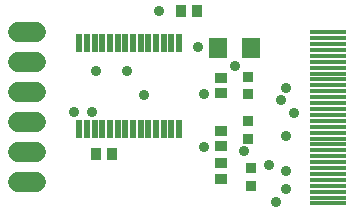
<source format=gts>
G75*
%MOIN*%
%OFA0B0*%
%FSLAX25Y25*%
%IPPOS*%
%LPD*%
%AMOC8*
5,1,8,0,0,1.08239X$1,22.5*
%
%ADD10R,0.06112X0.06899*%
%ADD11R,0.03750X0.03750*%
%ADD12R,0.04143X0.03356*%
%ADD13R,0.01970X0.06100*%
%ADD14R,0.03356X0.04143*%
%ADD15R,0.12411X0.01584*%
%ADD16C,0.06506*%
%ADD17C,0.03584*%
D10*
X0194963Y0166571D03*
X0205987Y0166571D03*
D11*
X0205105Y0157126D03*
X0205105Y0151220D03*
X0205105Y0142362D03*
X0205105Y0136457D03*
X0206089Y0126614D03*
X0206089Y0120709D03*
D12*
X0196247Y0123071D03*
X0196247Y0128189D03*
X0196247Y0133898D03*
X0196247Y0139016D03*
X0196247Y0151614D03*
X0196247Y0156732D03*
D13*
X0182109Y0168465D03*
X0179550Y0168465D03*
X0176991Y0168465D03*
X0174432Y0168465D03*
X0171873Y0168465D03*
X0169314Y0168465D03*
X0166755Y0168465D03*
X0164196Y0168465D03*
X0161636Y0168465D03*
X0159077Y0168465D03*
X0156518Y0168465D03*
X0153959Y0168465D03*
X0151400Y0168465D03*
X0148841Y0168465D03*
X0148841Y0139677D03*
X0151400Y0139677D03*
X0153959Y0139677D03*
X0156518Y0139677D03*
X0159077Y0139677D03*
X0161636Y0139677D03*
X0164196Y0139677D03*
X0166755Y0139677D03*
X0169314Y0139677D03*
X0171873Y0139677D03*
X0174432Y0139677D03*
X0176991Y0139677D03*
X0179550Y0139677D03*
X0182109Y0139677D03*
D14*
X0159696Y0131244D03*
X0154577Y0131244D03*
X0182916Y0179071D03*
X0188034Y0179071D03*
D15*
X0231680Y0171890D03*
X0231680Y0169921D03*
X0231680Y0167953D03*
X0231680Y0165984D03*
X0231680Y0164016D03*
X0231680Y0162047D03*
X0231680Y0160079D03*
X0231680Y0158110D03*
X0231680Y0156142D03*
X0231680Y0154173D03*
X0231680Y0152205D03*
X0231680Y0150236D03*
X0231680Y0148268D03*
X0231680Y0146299D03*
X0231680Y0144331D03*
X0231680Y0142362D03*
X0231680Y0140394D03*
X0231680Y0138425D03*
X0231680Y0136457D03*
X0231680Y0134488D03*
X0231680Y0132520D03*
X0231680Y0130551D03*
X0231680Y0128583D03*
X0231680Y0126614D03*
X0231680Y0124646D03*
X0231680Y0122677D03*
X0231680Y0120709D03*
X0231680Y0118740D03*
X0231680Y0116772D03*
X0231680Y0114803D03*
D16*
X0134396Y0121850D02*
X0128491Y0121850D01*
X0128491Y0131850D02*
X0134396Y0131850D01*
X0134396Y0141850D02*
X0128491Y0141850D01*
X0128491Y0151850D02*
X0134396Y0151850D01*
X0134396Y0161850D02*
X0128491Y0161850D01*
X0128491Y0171850D02*
X0134396Y0171850D01*
D17*
X0214570Y0115449D03*
X0217900Y0119724D03*
X0217900Y0125630D03*
X0211995Y0127598D03*
X0203743Y0132181D03*
X0190341Y0133504D03*
X0217900Y0137441D03*
X0220475Y0144976D03*
X0215932Y0149252D03*
X0217900Y0153189D03*
X0200790Y0160724D03*
X0188373Y0166969D03*
X0175475Y0179071D03*
X0164751Y0159094D03*
X0170554Y0151118D03*
X0154570Y0159071D03*
X0152940Y0145315D03*
X0147034Y0145315D03*
X0190341Y0151220D03*
M02*

</source>
